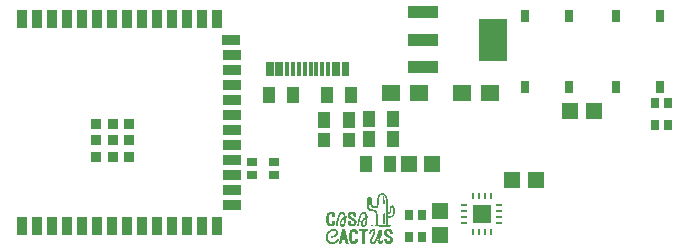
<source format=gtp>
G04 #@! TF.GenerationSoftware,KiCad,Pcbnew,8.0.8-8.0.8-0~ubuntu22.04.1*
G04 #@! TF.CreationDate,2025-01-23T17:55:28+01:00*
G04 #@! TF.ProjectId,kicad_makespace_tutorial,6b696361-645f-46d6-916b-657370616365,v1*
G04 #@! TF.SameCoordinates,Original*
G04 #@! TF.FileFunction,Paste,Top*
G04 #@! TF.FilePolarity,Positive*
%FSLAX46Y46*%
G04 Gerber Fmt 4.6, Leading zero omitted, Abs format (unit mm)*
G04 Created by KiCad (PCBNEW 8.0.8-8.0.8-0~ubuntu22.04.1) date 2025-01-23 17:55:28*
%MOMM*%
%LPD*%
G01*
G04 APERTURE LIST*
%ADD10C,0.000000*%
%ADD11R,0.700000X0.900000*%
%ADD12R,0.900000X0.700000*%
%ADD13R,0.900000X1.500000*%
%ADD14R,1.500000X0.900000*%
%ADD15R,0.900000X0.900000*%
%ADD16R,0.750000X1.000000*%
%ADD17R,1.130000X1.380000*%
%ADD18R,1.500000X1.360000*%
%ADD19R,1.000000X1.250000*%
%ADD20R,2.500000X1.100000*%
%ADD21R,2.340000X3.600000*%
%ADD22R,0.300000X1.300000*%
%ADD23R,1.410000X1.350000*%
%ADD24R,1.350000X1.410000*%
%ADD25R,0.600000X0.250000*%
%ADD26R,0.250000X0.600000*%
%ADD27R,1.500000X1.500000*%
%ADD28R,1.000000X1.400000*%
G04 APERTURE END LIST*
D10*
G04 #@! TO.C,G\u002A\u002A\u002A*
G36*
X37732384Y-19674971D02*
G01*
X37753902Y-19675525D01*
X37768439Y-19676998D01*
X37778433Y-19679837D01*
X37786319Y-19684491D01*
X37794536Y-19691410D01*
X37795400Y-19692182D01*
X37807852Y-19705224D01*
X37813466Y-19718386D01*
X37814759Y-19737126D01*
X37813417Y-19756108D01*
X37807713Y-19769222D01*
X37795400Y-19782069D01*
X37787030Y-19789221D01*
X37779215Y-19794066D01*
X37769520Y-19797055D01*
X37755506Y-19798635D01*
X37734738Y-19799256D01*
X37704777Y-19799366D01*
X37701447Y-19799366D01*
X37626852Y-19799366D01*
X37606698Y-19779212D01*
X37593008Y-19762816D01*
X37587229Y-19747160D01*
X37586544Y-19737126D01*
X37589031Y-19719741D01*
X37598106Y-19704376D01*
X37606698Y-19695039D01*
X37626852Y-19674885D01*
X37701447Y-19674885D01*
X37732384Y-19674971D01*
G37*
G36*
X38696198Y-17244416D02*
G01*
X38713945Y-17253669D01*
X38727243Y-17270476D01*
X38736783Y-17295969D01*
X38743262Y-17331282D01*
X38746199Y-17360530D01*
X38747558Y-17390767D01*
X38745430Y-17412186D01*
X38738874Y-17427546D01*
X38726945Y-17439609D01*
X38716866Y-17446382D01*
X38701857Y-17454232D01*
X38688497Y-17456615D01*
X38670715Y-17454455D01*
X38667596Y-17453856D01*
X38648469Y-17444540D01*
X38634394Y-17424935D01*
X38625207Y-17394781D01*
X38623282Y-17382927D01*
X38618352Y-17346620D01*
X38615005Y-17320108D01*
X38613328Y-17301427D01*
X38613408Y-17288611D01*
X38615330Y-17279695D01*
X38619180Y-17272715D01*
X38625044Y-17265705D01*
X38628590Y-17261764D01*
X38642239Y-17248649D01*
X38655635Y-17242835D01*
X38673305Y-17241583D01*
X38696198Y-17244416D01*
G37*
G36*
X38707475Y-17506270D02*
G01*
X38729697Y-17511240D01*
X38736004Y-17513994D01*
X38746042Y-17519973D01*
X38754155Y-17527303D01*
X38760581Y-17537267D01*
X38765561Y-17551147D01*
X38769333Y-17570224D01*
X38772136Y-17595780D01*
X38774210Y-17629096D01*
X38775793Y-17671456D01*
X38777126Y-17724139D01*
X38777376Y-17735680D01*
X38778390Y-17789266D01*
X38778837Y-17832266D01*
X38778609Y-17865942D01*
X38777602Y-17891553D01*
X38775709Y-17910362D01*
X38772825Y-17923628D01*
X38768843Y-17932612D01*
X38763657Y-17938576D01*
X38760106Y-17941117D01*
X38741065Y-17948220D01*
X38717518Y-17951023D01*
X38697497Y-17948996D01*
X38680421Y-17941417D01*
X38667859Y-17931633D01*
X38664435Y-17927050D01*
X38661706Y-17920778D01*
X38659549Y-17911404D01*
X38657842Y-17897515D01*
X38656462Y-17877700D01*
X38655286Y-17850547D01*
X38654193Y-17814643D01*
X38653061Y-17768576D01*
X38652822Y-17758159D01*
X38651683Y-17714425D01*
X38650351Y-17673528D01*
X38648905Y-17637288D01*
X38647425Y-17607521D01*
X38645992Y-17586045D01*
X38644734Y-17574915D01*
X38643951Y-17551315D01*
X38649932Y-17529695D01*
X38661351Y-17514070D01*
X38665801Y-17511065D01*
X38684241Y-17506131D01*
X38707475Y-17506270D01*
G37*
G36*
X38748409Y-18640309D02*
G01*
X38770063Y-18646713D01*
X38787866Y-18657502D01*
X38795417Y-18666496D01*
X38797089Y-18675472D01*
X38798538Y-18694660D01*
X38799751Y-18722416D01*
X38800717Y-18757099D01*
X38801422Y-18797066D01*
X38801853Y-18840675D01*
X38801999Y-18886283D01*
X38801846Y-18932249D01*
X38801381Y-18976930D01*
X38800593Y-19018684D01*
X38799467Y-19055868D01*
X38798581Y-19076192D01*
X38796943Y-19107113D01*
X38794845Y-19144436D01*
X38792405Y-19186244D01*
X38789743Y-19230624D01*
X38786979Y-19275659D01*
X38784233Y-19319433D01*
X38781623Y-19360030D01*
X38779269Y-19395537D01*
X38777292Y-19424035D01*
X38775810Y-19443611D01*
X38775274Y-19449635D01*
X38773434Y-19468947D01*
X38771098Y-19494745D01*
X38768746Y-19521700D01*
X38768573Y-19523730D01*
X38764255Y-19558096D01*
X38757472Y-19582699D01*
X38747308Y-19599529D01*
X38732846Y-19610578D01*
X38727414Y-19613112D01*
X38700646Y-19620577D01*
X38677461Y-19618238D01*
X38665415Y-19612935D01*
X38656342Y-19606997D01*
X38649657Y-19599570D01*
X38645185Y-19589091D01*
X38642754Y-19573999D01*
X38642191Y-19552732D01*
X38643323Y-19523728D01*
X38645977Y-19485427D01*
X38648209Y-19457568D01*
X38659769Y-19302916D01*
X38668245Y-19156751D01*
X38673772Y-19016149D01*
X38676487Y-18878189D01*
X38676728Y-18846544D01*
X38677090Y-18804314D01*
X38677676Y-18765642D01*
X38678440Y-18732219D01*
X38679337Y-18705736D01*
X38680319Y-18687883D01*
X38681247Y-18680570D01*
X38693599Y-18660630D01*
X38712700Y-18645577D01*
X38727607Y-18640120D01*
X38748409Y-18640309D01*
G37*
G36*
X36888703Y-20043519D02*
G01*
X36968989Y-20043723D01*
X37000366Y-20043839D01*
X37387968Y-20045364D01*
X37389587Y-20143170D01*
X37391206Y-20240976D01*
X37271034Y-20240344D01*
X37233691Y-20240383D01*
X37199751Y-20240862D01*
X37171241Y-20241717D01*
X37150190Y-20242884D01*
X37138623Y-20244298D01*
X37137755Y-20244555D01*
X37126084Y-20254428D01*
X37119443Y-20268899D01*
X37118659Y-20277812D01*
X37117981Y-20297689D01*
X37117415Y-20327640D01*
X37116964Y-20366772D01*
X37116633Y-20414196D01*
X37116425Y-20469020D01*
X37116345Y-20530354D01*
X37116397Y-20597306D01*
X37116585Y-20668985D01*
X37116913Y-20744502D01*
X37117082Y-20775038D01*
X37117585Y-20862304D01*
X37117998Y-20938473D01*
X37118308Y-21004304D01*
X37118502Y-21060554D01*
X37118568Y-21107984D01*
X37118491Y-21147350D01*
X37118260Y-21179411D01*
X37117861Y-21204926D01*
X37117282Y-21224653D01*
X37116509Y-21239350D01*
X37115529Y-21249776D01*
X37114330Y-21256689D01*
X37112898Y-21260847D01*
X37111220Y-21263010D01*
X37109284Y-21263935D01*
X37108718Y-21264070D01*
X37099377Y-21264751D01*
X37080306Y-21265178D01*
X37053626Y-21265336D01*
X37021461Y-21265213D01*
X36989333Y-21264845D01*
X36950932Y-21263965D01*
X36919588Y-21262624D01*
X36896604Y-21260910D01*
X36883285Y-21258913D01*
X36880412Y-21257435D01*
X36878303Y-21246175D01*
X36878189Y-21245714D01*
X36877953Y-21239005D01*
X36877710Y-21221330D01*
X36877465Y-21193578D01*
X36877223Y-21156637D01*
X36876986Y-21111397D01*
X36876759Y-21058746D01*
X36876547Y-20999574D01*
X36876352Y-20934769D01*
X36876179Y-20865221D01*
X36876032Y-20791818D01*
X36875967Y-20751888D01*
X36875805Y-20662613D01*
X36875602Y-20584470D01*
X36875342Y-20516734D01*
X36875014Y-20458680D01*
X36874603Y-20409585D01*
X36874097Y-20368723D01*
X36873482Y-20335372D01*
X36872745Y-20308805D01*
X36871873Y-20288301D01*
X36870852Y-20273133D01*
X36869669Y-20262578D01*
X36868311Y-20255912D01*
X36866819Y-20252483D01*
X36863221Y-20248606D01*
X36857787Y-20245667D01*
X36848916Y-20243504D01*
X36835008Y-20241956D01*
X36814464Y-20240860D01*
X36785682Y-20240056D01*
X36747061Y-20239382D01*
X36735191Y-20239208D01*
X36690759Y-20238265D01*
X36654417Y-20236859D01*
X36627164Y-20235053D01*
X36610000Y-20232907D01*
X36604298Y-20231073D01*
X36600922Y-20222437D01*
X36598432Y-20204653D01*
X36596822Y-20180395D01*
X36596086Y-20152338D01*
X36596218Y-20123156D01*
X36597214Y-20095522D01*
X36599066Y-20072112D01*
X36601768Y-20055598D01*
X36604695Y-20049010D01*
X36610175Y-20047568D01*
X36623201Y-20046356D01*
X36644289Y-20045366D01*
X36673955Y-20044592D01*
X36712714Y-20044027D01*
X36761081Y-20043664D01*
X36819572Y-20043497D01*
X36888703Y-20043519D01*
G37*
G36*
X34264628Y-18552646D02*
G01*
X34302635Y-18555603D01*
X34333621Y-18560728D01*
X34341153Y-18562729D01*
X34400953Y-18586455D01*
X34454207Y-18619334D01*
X34499992Y-18660440D01*
X34537389Y-18708845D01*
X34565474Y-18763623D01*
X34577957Y-18800929D01*
X34582023Y-18820996D01*
X34585906Y-18849079D01*
X34589147Y-18881343D01*
X34591181Y-18911700D01*
X34594869Y-18987277D01*
X34478856Y-18987277D01*
X34362844Y-18987277D01*
X34359089Y-18947266D01*
X34351341Y-18891068D01*
X34339418Y-18845389D01*
X34322931Y-18809517D01*
X34301492Y-18782736D01*
X34274713Y-18764333D01*
X34255663Y-18756937D01*
X34217622Y-18750993D01*
X34182388Y-18756120D01*
X34151113Y-18771651D01*
X34124946Y-18796918D01*
X34105040Y-18831254D01*
X34098948Y-18847823D01*
X34093403Y-18867844D01*
X34088854Y-18890250D01*
X34085214Y-18916330D01*
X34082402Y-18947369D01*
X34080331Y-18984654D01*
X34078918Y-19029471D01*
X34078079Y-19083109D01*
X34077729Y-19146853D01*
X34077707Y-19172123D01*
X34077894Y-19237740D01*
X34078514Y-19292883D01*
X34079669Y-19338925D01*
X34081458Y-19377244D01*
X34083985Y-19409213D01*
X34087349Y-19436209D01*
X34091652Y-19459607D01*
X34096996Y-19480783D01*
X34101489Y-19495259D01*
X34115327Y-19530461D01*
X34130918Y-19556187D01*
X34149983Y-19574818D01*
X34166335Y-19584921D01*
X34184927Y-19593054D01*
X34202741Y-19596508D01*
X34225526Y-19596288D01*
X34229738Y-19595999D01*
X34255071Y-19592339D01*
X34277320Y-19585966D01*
X34286030Y-19581909D01*
X34311138Y-19560406D01*
X34330778Y-19528480D01*
X34344896Y-19486257D01*
X34353436Y-19433859D01*
X34354121Y-19426456D01*
X34356587Y-19402264D01*
X34360393Y-19384878D01*
X34367315Y-19373180D01*
X34379130Y-19366049D01*
X34397615Y-19362367D01*
X34424545Y-19361013D01*
X34458224Y-19360861D01*
X34504737Y-19361692D01*
X34540306Y-19364076D01*
X34565756Y-19368130D01*
X34581914Y-19373974D01*
X34588396Y-19379556D01*
X34590786Y-19389608D01*
X34591626Y-19408648D01*
X34591091Y-19433938D01*
X34589355Y-19462737D01*
X34586593Y-19492304D01*
X34582979Y-19519899D01*
X34578687Y-19542783D01*
X34577778Y-19546494D01*
X34556997Y-19604711D01*
X34526857Y-19656374D01*
X34488202Y-19700968D01*
X34441875Y-19737980D01*
X34388718Y-19766894D01*
X34329576Y-19787196D01*
X34265291Y-19798371D01*
X34196706Y-19799904D01*
X34166479Y-19797513D01*
X34101452Y-19784965D01*
X34042215Y-19762484D01*
X33989507Y-19730714D01*
X33944067Y-19690302D01*
X33906633Y-19641892D01*
X33877943Y-19586130D01*
X33860084Y-19529658D01*
X33857705Y-19517773D01*
X33855710Y-19503546D01*
X33854058Y-19485835D01*
X33852708Y-19463502D01*
X33851619Y-19435405D01*
X33850749Y-19400406D01*
X33850059Y-19357364D01*
X33849507Y-19305139D01*
X33849053Y-19242591D01*
X33848911Y-19218456D01*
X33848589Y-19138701D01*
X33848608Y-19069800D01*
X33849017Y-19010756D01*
X33849864Y-18960572D01*
X33851197Y-18918251D01*
X33853063Y-18882795D01*
X33855510Y-18853207D01*
X33858586Y-18828490D01*
X33862340Y-18807646D01*
X33866818Y-18789678D01*
X33869986Y-18779525D01*
X33894379Y-18725206D01*
X33928633Y-18676452D01*
X33971697Y-18634202D01*
X34022517Y-18599395D01*
X34080040Y-18572970D01*
X34113367Y-18562556D01*
X34143969Y-18556812D01*
X34181746Y-18553248D01*
X34223149Y-18551860D01*
X34264628Y-18552646D01*
G37*
G36*
X36238080Y-20023654D02*
G01*
X36302962Y-20037767D01*
X36361073Y-20060990D01*
X36411969Y-20093077D01*
X36455204Y-20133783D01*
X36490336Y-20182863D01*
X36501292Y-20203301D01*
X36520855Y-20249068D01*
X36533834Y-20295027D01*
X36541012Y-20344854D01*
X36543174Y-20399541D01*
X36543277Y-20463263D01*
X36427502Y-20463263D01*
X36385109Y-20463069D01*
X36353396Y-20462438D01*
X36331195Y-20461297D01*
X36317335Y-20459571D01*
X36310648Y-20457188D01*
X36309659Y-20455854D01*
X36307984Y-20446874D01*
X36305309Y-20429352D01*
X36302115Y-20406511D01*
X36300924Y-20397546D01*
X36292387Y-20347080D01*
X36280919Y-20307078D01*
X36265685Y-20276339D01*
X36245850Y-20253658D01*
X36220579Y-20237833D01*
X36189036Y-20227660D01*
X36182028Y-20226221D01*
X36144898Y-20224730D01*
X36110791Y-20234007D01*
X36081481Y-20253032D01*
X36058739Y-20280784D01*
X36048241Y-20303239D01*
X36041661Y-20322503D01*
X36036207Y-20340795D01*
X36031772Y-20359444D01*
X36028253Y-20379778D01*
X36025544Y-20403124D01*
X36023542Y-20430809D01*
X36022142Y-20464163D01*
X36021239Y-20504511D01*
X36020728Y-20553183D01*
X36020506Y-20611506D01*
X36020466Y-20655912D01*
X36020555Y-20723799D01*
X36020930Y-20781067D01*
X36021708Y-20828952D01*
X36023006Y-20868690D01*
X36024941Y-20901516D01*
X36027629Y-20928667D01*
X36031187Y-20951377D01*
X36035732Y-20970882D01*
X36041381Y-20988418D01*
X36048250Y-21005220D01*
X36054790Y-21019143D01*
X36075833Y-21049736D01*
X36104128Y-21071377D01*
X36138689Y-21083640D01*
X36178527Y-21086097D01*
X36202516Y-21083080D01*
X36227009Y-21073175D01*
X36250551Y-21054303D01*
X36270315Y-21029199D01*
X36281433Y-21006665D01*
X36286684Y-20991563D01*
X36290818Y-20976814D01*
X36294380Y-20959640D01*
X36297913Y-20937265D01*
X36301963Y-20906913D01*
X36303712Y-20893018D01*
X36307013Y-20874312D01*
X36311251Y-20860065D01*
X36313443Y-20855971D01*
X36319712Y-20852982D01*
X36333673Y-20850827D01*
X36356444Y-20849427D01*
X36389141Y-20848705D01*
X36419291Y-20848561D01*
X36455996Y-20848638D01*
X36482725Y-20849015D01*
X36501361Y-20849910D01*
X36513782Y-20851541D01*
X36521870Y-20854126D01*
X36527505Y-20857883D01*
X36531191Y-20861534D01*
X36538768Y-20873211D01*
X36542697Y-20889826D01*
X36543878Y-20910437D01*
X36541820Y-20975265D01*
X36532864Y-21031878D01*
X36516321Y-21082158D01*
X36491503Y-21127987D01*
X36457721Y-21171248D01*
X36442744Y-21187049D01*
X36396415Y-21227151D01*
X36346594Y-21256797D01*
X36290889Y-21277278D01*
X36263445Y-21283811D01*
X36222807Y-21289591D01*
X36176394Y-21292171D01*
X36128987Y-21291550D01*
X36085365Y-21287723D01*
X36063137Y-21283917D01*
X36004145Y-21265571D01*
X35949549Y-21237388D01*
X35900927Y-21200570D01*
X35859862Y-21156316D01*
X35827933Y-21105826D01*
X35827524Y-21105012D01*
X35815531Y-21078961D01*
X35806155Y-21053044D01*
X35798921Y-21024932D01*
X35793354Y-20992298D01*
X35788977Y-20952813D01*
X35785313Y-20904148D01*
X35784800Y-20895982D01*
X35783385Y-20864173D01*
X35782387Y-20823005D01*
X35781785Y-20774494D01*
X35781561Y-20720653D01*
X35781695Y-20663498D01*
X35782168Y-20605041D01*
X35782961Y-20547297D01*
X35784055Y-20492280D01*
X35785429Y-20442005D01*
X35787066Y-20398485D01*
X35788945Y-20363736D01*
X35790035Y-20349541D01*
X35800322Y-20281866D01*
X35818599Y-20222679D01*
X35845263Y-20171364D01*
X35880710Y-20127304D01*
X35925337Y-20089883D01*
X35976421Y-20060008D01*
X36025623Y-20039409D01*
X36075836Y-20026295D01*
X36130737Y-20019870D01*
X36166871Y-20018895D01*
X36238080Y-20023654D01*
G37*
G36*
X34557737Y-20022888D02*
G01*
X34615112Y-20038136D01*
X34665190Y-20061106D01*
X34709226Y-20092325D01*
X34734950Y-20117019D01*
X34772158Y-20164982D01*
X34798993Y-20217388D01*
X34815502Y-20273035D01*
X34821734Y-20330717D01*
X34817739Y-20389233D01*
X34803566Y-20447376D01*
X34779264Y-20503944D01*
X34744881Y-20557732D01*
X34715604Y-20592280D01*
X34662329Y-20640138D01*
X34599729Y-20680771D01*
X34527914Y-20714136D01*
X34446992Y-20740191D01*
X34357071Y-20758891D01*
X34271503Y-20769153D01*
X34225564Y-20773000D01*
X34225564Y-20714107D01*
X34225964Y-20684942D01*
X34228186Y-20663006D01*
X34233759Y-20646868D01*
X34244214Y-20635096D01*
X34261080Y-20626258D01*
X34285889Y-20618923D01*
X34320170Y-20611660D01*
X34338924Y-20608066D01*
X34403922Y-20592769D01*
X34460099Y-20572624D01*
X34509957Y-20546300D01*
X34555996Y-20512463D01*
X34600718Y-20469780D01*
X34602972Y-20467381D01*
X34633218Y-20428651D01*
X34651713Y-20389448D01*
X34658561Y-20349297D01*
X34653867Y-20307726D01*
X34644395Y-20279035D01*
X34622574Y-20237564D01*
X34594880Y-20205664D01*
X34560768Y-20183059D01*
X34519691Y-20169476D01*
X34471102Y-20164639D01*
X34422498Y-20167308D01*
X34391581Y-20171666D01*
X34358380Y-20177748D01*
X34329617Y-20184310D01*
X34327279Y-20184935D01*
X34258947Y-20209575D01*
X34194554Y-20244831D01*
X34134920Y-20289879D01*
X34080862Y-20343898D01*
X34033201Y-20406065D01*
X33992755Y-20475558D01*
X33960344Y-20551554D01*
X33959406Y-20554206D01*
X33951082Y-20578394D01*
X33945287Y-20597633D01*
X33941563Y-20615082D01*
X33939454Y-20633899D01*
X33938503Y-20657241D01*
X33938251Y-20688266D01*
X33938243Y-20700370D01*
X33938365Y-20734505D01*
X33939039Y-20759951D01*
X33940726Y-20779874D01*
X33943886Y-20797440D01*
X33948981Y-20815816D01*
X33956472Y-20838167D01*
X33959618Y-20847153D01*
X33989335Y-20917925D01*
X34025500Y-20979920D01*
X34067694Y-21032668D01*
X34115500Y-21075701D01*
X34168498Y-21108547D01*
X34206639Y-21124599D01*
X34272382Y-21141730D01*
X34339559Y-21148479D01*
X34406496Y-21145138D01*
X34471520Y-21132000D01*
X34532957Y-21109357D01*
X34589134Y-21077501D01*
X34622043Y-21051988D01*
X34660383Y-21012973D01*
X34696615Y-20965695D01*
X34728091Y-20913731D01*
X34736331Y-20897516D01*
X34747239Y-20875699D01*
X34756587Y-20858237D01*
X34762974Y-20847696D01*
X34764583Y-20845843D01*
X34771798Y-20846331D01*
X34787739Y-20849858D01*
X34809855Y-20855803D01*
X34829305Y-20861581D01*
X34858202Y-20870785D01*
X34877004Y-20878746D01*
X34886927Y-20887782D01*
X34889183Y-20900212D01*
X34884986Y-20918352D01*
X34875552Y-20944522D01*
X34874377Y-20947641D01*
X34844141Y-21011771D01*
X34803745Y-21072236D01*
X34754627Y-21127834D01*
X34698222Y-21177363D01*
X34635970Y-21219619D01*
X34569305Y-21253402D01*
X34499666Y-21277509D01*
X34472364Y-21283957D01*
X34424981Y-21291191D01*
X34372426Y-21295090D01*
X34319633Y-21295504D01*
X34271534Y-21292286D01*
X34257823Y-21290446D01*
X34178215Y-21272286D01*
X34103265Y-21243540D01*
X34033807Y-21204843D01*
X33970675Y-21156831D01*
X33914704Y-21100139D01*
X33866726Y-21035403D01*
X33827577Y-20963259D01*
X33827141Y-20962299D01*
X33801988Y-20893767D01*
X33785302Y-20819240D01*
X33777186Y-20741127D01*
X33777748Y-20661839D01*
X33787092Y-20583787D01*
X33805325Y-20509380D01*
X33807075Y-20503947D01*
X33838315Y-20426094D01*
X33878960Y-20352703D01*
X33927974Y-20284514D01*
X33984319Y-20222269D01*
X34046959Y-20166708D01*
X34114857Y-20118572D01*
X34186976Y-20078602D01*
X34262278Y-20047538D01*
X34339727Y-20026122D01*
X34418285Y-20015094D01*
X34491814Y-20014835D01*
X34557737Y-20022888D01*
G37*
G36*
X35329831Y-20042442D02*
G01*
X35359475Y-20042697D01*
X35380750Y-20043353D01*
X35395399Y-20044600D01*
X35405168Y-20046629D01*
X35411798Y-20049629D01*
X35417033Y-20053791D01*
X35419844Y-20056538D01*
X35430405Y-20071396D01*
X35439267Y-20090960D01*
X35441002Y-20096549D01*
X35443071Y-20104777D01*
X35447695Y-20123563D01*
X35454642Y-20151944D01*
X35463678Y-20188956D01*
X35474568Y-20233636D01*
X35487078Y-20285020D01*
X35500975Y-20342144D01*
X35516025Y-20404045D01*
X35531994Y-20469759D01*
X35548648Y-20538323D01*
X35565754Y-20608772D01*
X35583077Y-20680142D01*
X35600383Y-20751472D01*
X35617439Y-20821795D01*
X35634010Y-20890150D01*
X35649864Y-20955572D01*
X35664765Y-21017098D01*
X35678481Y-21073763D01*
X35690777Y-21124605D01*
X35701419Y-21168660D01*
X35710174Y-21204963D01*
X35716808Y-21232552D01*
X35721086Y-21250462D01*
X35722408Y-21256087D01*
X35725486Y-21269424D01*
X35610703Y-21269424D01*
X35570748Y-21269338D01*
X35540959Y-21268978D01*
X35519648Y-21268194D01*
X35505127Y-21266835D01*
X35495707Y-21264752D01*
X35489699Y-21261794D01*
X35485856Y-21258304D01*
X35480687Y-21247614D01*
X35474087Y-21225588D01*
X35466162Y-21192647D01*
X35457019Y-21149209D01*
X35452548Y-21126414D01*
X35442765Y-21075652D01*
X35434899Y-21035265D01*
X35428626Y-21003984D01*
X35423621Y-20980544D01*
X35419560Y-20963678D01*
X35416120Y-20952117D01*
X35412974Y-20944596D01*
X35409800Y-20939846D01*
X35406272Y-20936602D01*
X35403433Y-20934557D01*
X35395548Y-20930892D01*
X35382877Y-20928323D01*
X35363620Y-20926693D01*
X35335979Y-20925845D01*
X35301433Y-20925621D01*
X35262436Y-20925876D01*
X35233570Y-20927108D01*
X35213118Y-20930013D01*
X35199359Y-20935286D01*
X35190573Y-20943626D01*
X35185041Y-20955728D01*
X35181043Y-20972289D01*
X35180592Y-20974573D01*
X35177626Y-20989828D01*
X35172860Y-21014431D01*
X35166739Y-21046088D01*
X35159705Y-21082504D01*
X35152203Y-21121386D01*
X35150518Y-21130125D01*
X35141342Y-21176262D01*
X35133659Y-21211562D01*
X35127237Y-21236916D01*
X35121848Y-21253218D01*
X35117261Y-21261358D01*
X35116517Y-21262015D01*
X35108493Y-21264874D01*
X35092536Y-21266986D01*
X35067647Y-21268408D01*
X35032827Y-21269201D01*
X34991420Y-21269424D01*
X34876321Y-21269424D01*
X34880437Y-21253123D01*
X34882495Y-21244734D01*
X34887105Y-21225799D01*
X34894028Y-21197293D01*
X34903029Y-21160194D01*
X34913870Y-21115479D01*
X34926315Y-21064123D01*
X34940127Y-21007103D01*
X34955069Y-20945397D01*
X34970905Y-20879979D01*
X34981378Y-20836706D01*
X34998152Y-20767390D01*
X35008633Y-20724080D01*
X35229259Y-20724080D01*
X35301289Y-20724080D01*
X35373319Y-20724080D01*
X35340593Y-20552094D01*
X35331021Y-20502925D01*
X35322393Y-20460863D01*
X35314922Y-20426834D01*
X35308820Y-20401767D01*
X35304299Y-20386589D01*
X35301686Y-20382166D01*
X35297906Y-20388531D01*
X35292973Y-20403847D01*
X35287705Y-20425375D01*
X35285303Y-20437081D01*
X35280854Y-20460046D01*
X35274699Y-20491691D01*
X35267413Y-20529065D01*
X35259573Y-20569215D01*
X35252180Y-20607009D01*
X35229259Y-20724080D01*
X35008633Y-20724080D01*
X35014555Y-20699610D01*
X35030302Y-20634544D01*
X35045108Y-20573371D01*
X35058687Y-20517269D01*
X35070753Y-20467418D01*
X35081023Y-20424995D01*
X35089209Y-20391180D01*
X35095028Y-20367151D01*
X35096874Y-20359529D01*
X35105168Y-20325264D01*
X35115155Y-20283941D01*
X35125757Y-20240031D01*
X35135893Y-20198003D01*
X35139108Y-20184664D01*
X35147383Y-20150443D01*
X35155129Y-20118646D01*
X35161737Y-20091758D01*
X35166597Y-20072264D01*
X35168558Y-20064629D01*
X35174446Y-20042400D01*
X35290076Y-20042400D01*
X35329831Y-20042442D01*
G37*
G36*
X36081390Y-18550042D02*
G01*
X36152193Y-18567288D01*
X36209416Y-18590021D01*
X36251744Y-18613828D01*
X36286953Y-18642872D01*
X36315554Y-18678127D01*
X36338054Y-18720568D01*
X36354963Y-18771169D01*
X36366789Y-18830903D01*
X36374041Y-18900745D01*
X36374384Y-18905945D01*
X36375948Y-18937905D01*
X36375793Y-18959762D01*
X36373848Y-18973155D01*
X36371231Y-18978559D01*
X36366238Y-18981935D01*
X36356636Y-18984353D01*
X36340778Y-18985953D01*
X36317020Y-18986872D01*
X36283716Y-18987248D01*
X36267345Y-18987277D01*
X36231469Y-18987225D01*
X36205549Y-18986896D01*
X36187684Y-18986036D01*
X36175976Y-18984387D01*
X36168526Y-18981694D01*
X36163433Y-18977701D01*
X36159231Y-18972704D01*
X36151029Y-18955594D01*
X36144227Y-18927060D01*
X36141042Y-18906026D01*
X36131067Y-18855783D01*
X36115296Y-18815718D01*
X36093496Y-18785541D01*
X36065435Y-18764961D01*
X36030879Y-18753686D01*
X36017496Y-18751911D01*
X35977285Y-18752403D01*
X35944273Y-18762111D01*
X35917770Y-18781403D01*
X35897084Y-18810646D01*
X35893514Y-18817872D01*
X35881397Y-18856882D01*
X35880552Y-18896177D01*
X35890804Y-18933899D01*
X35906955Y-18961797D01*
X35920973Y-18975327D01*
X35945684Y-18992757D01*
X35980672Y-19013846D01*
X36025524Y-19038352D01*
X36079824Y-19066033D01*
X36116486Y-19083930D01*
X36149453Y-19100359D01*
X36182969Y-19118030D01*
X36213482Y-19135011D01*
X36237439Y-19149370D01*
X36240967Y-19151648D01*
X36294659Y-19193224D01*
X36338203Y-19240432D01*
X36371332Y-19292643D01*
X36393779Y-19349230D01*
X36405276Y-19409565D01*
X36405559Y-19473018D01*
X36398262Y-19522218D01*
X36387450Y-19558272D01*
X36370339Y-19598160D01*
X36349148Y-19637470D01*
X36326099Y-19671789D01*
X36317879Y-19681951D01*
X36292333Y-19706846D01*
X36259430Y-19731970D01*
X36223276Y-19754543D01*
X36187981Y-19771786D01*
X36181196Y-19774421D01*
X36136404Y-19786980D01*
X36084810Y-19795046D01*
X36030692Y-19798343D01*
X35978328Y-19796596D01*
X35935351Y-19790289D01*
X35872698Y-19771383D01*
X35818387Y-19744085D01*
X35772497Y-19708505D01*
X35735109Y-19664754D01*
X35706303Y-19612942D01*
X35686160Y-19553180D01*
X35674760Y-19485579D01*
X35671990Y-19427614D01*
X35672257Y-19401243D01*
X35673442Y-19384270D01*
X35675985Y-19374249D01*
X35680326Y-19368732D01*
X35682860Y-19367133D01*
X35692427Y-19365105D01*
X35711474Y-19363429D01*
X35737630Y-19362231D01*
X35768523Y-19361643D01*
X35784248Y-19361614D01*
X35822707Y-19361903D01*
X35850993Y-19363090D01*
X35870793Y-19366157D01*
X35883788Y-19372085D01*
X35891663Y-19381857D01*
X35896101Y-19396452D01*
X35898786Y-19416853D01*
X35899952Y-19429056D01*
X35908269Y-19480610D01*
X35922587Y-19522655D01*
X35942754Y-19554883D01*
X35968618Y-19576983D01*
X35973685Y-19579769D01*
X36012123Y-19593517D01*
X36049879Y-19596308D01*
X36085381Y-19589003D01*
X36117052Y-19572467D01*
X36143320Y-19547563D01*
X36162610Y-19515153D01*
X36173348Y-19476103D01*
X36174111Y-19469851D01*
X36175045Y-19448386D01*
X36171838Y-19430320D01*
X36163284Y-19409465D01*
X36161719Y-19406231D01*
X36151652Y-19389012D01*
X36138135Y-19372572D01*
X36119867Y-19355928D01*
X36095549Y-19338100D01*
X36063880Y-19318106D01*
X36023562Y-19294963D01*
X35990331Y-19276814D01*
X35955939Y-19258301D01*
X35919771Y-19238839D01*
X35885519Y-19220415D01*
X35856874Y-19205013D01*
X35849741Y-19201180D01*
X35790115Y-19165876D01*
X35741562Y-19129542D01*
X35703301Y-19091082D01*
X35674552Y-19049402D01*
X35654533Y-19003407D01*
X35642463Y-18952001D01*
X35637914Y-18904290D01*
X35639741Y-18837096D01*
X35651430Y-18776479D01*
X35672962Y-18722468D01*
X35704318Y-18675091D01*
X35745479Y-18634376D01*
X35796426Y-18600350D01*
X35857140Y-18573042D01*
X35867900Y-18569250D01*
X35939047Y-18551011D01*
X36010276Y-18544613D01*
X36081390Y-18550042D01*
G37*
G36*
X39147084Y-20018862D02*
G01*
X39215855Y-20030326D01*
X39275151Y-20048691D01*
X39325321Y-20074220D01*
X39366711Y-20107177D01*
X39399671Y-20147823D01*
X39424547Y-20196423D01*
X39438321Y-20239070D01*
X39442353Y-20258795D01*
X39446780Y-20286845D01*
X39451199Y-20319788D01*
X39455204Y-20354193D01*
X39458391Y-20386629D01*
X39460356Y-20413663D01*
X39460768Y-20429590D01*
X39460095Y-20440860D01*
X39457553Y-20449288D01*
X39451633Y-20455286D01*
X39440825Y-20459266D01*
X39423619Y-20461642D01*
X39398506Y-20462824D01*
X39363975Y-20463226D01*
X39337440Y-20463263D01*
X39228504Y-20463263D01*
X39228387Y-20438071D01*
X39225591Y-20393158D01*
X39218111Y-20350115D01*
X39206680Y-20311561D01*
X39192029Y-20280112D01*
X39179312Y-20262702D01*
X39151766Y-20241281D01*
X39117799Y-20227338D01*
X39080856Y-20221774D01*
X39044381Y-20225490D01*
X39040798Y-20226433D01*
X39009161Y-20241013D01*
X38984169Y-20264187D01*
X38966579Y-20294259D01*
X38957150Y-20329532D01*
X38956641Y-20368309D01*
X38963054Y-20400335D01*
X38969148Y-20416490D01*
X38978109Y-20431547D01*
X38991015Y-20446284D01*
X39008947Y-20461477D01*
X39032982Y-20477905D01*
X39064200Y-20496345D01*
X39103680Y-20517575D01*
X39152501Y-20542373D01*
X39176990Y-20554501D01*
X39233013Y-20582564D01*
X39279427Y-20607027D01*
X39317575Y-20628828D01*
X39348799Y-20648908D01*
X39374443Y-20668205D01*
X39395850Y-20687659D01*
X39414362Y-20708210D01*
X39431321Y-20730795D01*
X39433475Y-20733919D01*
X39452968Y-20764100D01*
X39467066Y-20790915D01*
X39476598Y-20817388D01*
X39482396Y-20846542D01*
X39485289Y-20881401D01*
X39486106Y-20924988D01*
X39486107Y-20925621D01*
X39485954Y-20960565D01*
X39485186Y-20986624D01*
X39483437Y-21006764D01*
X39480343Y-21023951D01*
X39475541Y-21041154D01*
X39469854Y-21057972D01*
X39443014Y-21117998D01*
X39407776Y-21169748D01*
X39364445Y-21212938D01*
X39313327Y-21247283D01*
X39254724Y-21272496D01*
X39234432Y-21278591D01*
X39209520Y-21283406D01*
X39176433Y-21287098D01*
X39138810Y-21289518D01*
X39100291Y-21290519D01*
X39064517Y-21289951D01*
X39035126Y-21287664D01*
X39030111Y-21286952D01*
X38965734Y-21271866D01*
X38909385Y-21248180D01*
X38861168Y-21215965D01*
X38821189Y-21175291D01*
X38789552Y-21126229D01*
X38787843Y-21122863D01*
X38769854Y-21081429D01*
X38757090Y-21038280D01*
X38748755Y-20990056D01*
X38744351Y-20938945D01*
X38742686Y-20908928D01*
X38742461Y-20886410D01*
X38745103Y-20870315D01*
X38752042Y-20859569D01*
X38764706Y-20853096D01*
X38784525Y-20849818D01*
X38812927Y-20848662D01*
X38851341Y-20848551D01*
X38864401Y-20848561D01*
X38966746Y-20848561D01*
X38969811Y-20864862D01*
X38972120Y-20879794D01*
X38974826Y-20901015D01*
X38976578Y-20916729D01*
X38985618Y-20970101D01*
X39000606Y-21013260D01*
X39021604Y-21046284D01*
X39048677Y-21069252D01*
X39081887Y-21082242D01*
X39112915Y-21085504D01*
X39155697Y-21080882D01*
X39191463Y-21066808D01*
X39219997Y-21043425D01*
X39241079Y-21010873D01*
X39246034Y-20999033D01*
X39255936Y-20962250D01*
X39256011Y-20929143D01*
X39245790Y-20898041D01*
X39224803Y-20867273D01*
X39202515Y-20844156D01*
X39188626Y-20831931D01*
X39173189Y-20820153D01*
X39154589Y-20807855D01*
X39131209Y-20794070D01*
X39101433Y-20777828D01*
X39063646Y-20758162D01*
X39032573Y-20742351D01*
X38993504Y-20722367D01*
X38955694Y-20702618D01*
X38921167Y-20684192D01*
X38891947Y-20668176D01*
X38870057Y-20655659D01*
X38860990Y-20650091D01*
X38810105Y-20610730D01*
X38769335Y-20565235D01*
X38738789Y-20513831D01*
X38718574Y-20456741D01*
X38708800Y-20394191D01*
X38708852Y-20335819D01*
X38717205Y-20272615D01*
X38733560Y-20217446D01*
X38758409Y-20169170D01*
X38792244Y-20126649D01*
X38804237Y-20114828D01*
X38850909Y-20079001D01*
X38905493Y-20050750D01*
X38966440Y-20030510D01*
X39032202Y-20018714D01*
X39101229Y-20015796D01*
X39147084Y-20018862D01*
G37*
G36*
X35247219Y-18552087D02*
G01*
X35290172Y-18565680D01*
X35329364Y-18589378D01*
X35347941Y-18605835D01*
X35365567Y-18625650D01*
X35381595Y-18648742D01*
X35396641Y-18676524D01*
X35411323Y-18710412D01*
X35426256Y-18751819D01*
X35442059Y-18802160D01*
X35458209Y-18858717D01*
X35468981Y-18895550D01*
X35478534Y-18923807D01*
X35486479Y-18942428D01*
X35491774Y-18949960D01*
X35504187Y-18954303D01*
X35525898Y-18956958D01*
X35547873Y-18957639D01*
X35568275Y-18957715D01*
X35582415Y-18959151D01*
X35591335Y-18963763D01*
X35596076Y-18973365D01*
X35597678Y-18989772D01*
X35597184Y-19014798D01*
X35596009Y-19041537D01*
X35593488Y-19098761D01*
X35566092Y-19102870D01*
X35536698Y-19109783D01*
X35515258Y-19120093D01*
X35503615Y-19132894D01*
X35503250Y-19133768D01*
X35501521Y-19143114D01*
X35499431Y-19162015D01*
X35497187Y-19188185D01*
X35494994Y-19219338D01*
X35493802Y-19239203D01*
X35490835Y-19290337D01*
X35488144Y-19331956D01*
X35485503Y-19366391D01*
X35482686Y-19395971D01*
X35479466Y-19423025D01*
X35475617Y-19449885D01*
X35470913Y-19478879D01*
X35469985Y-19484345D01*
X35453066Y-19563090D01*
X35430900Y-19632220D01*
X35403657Y-19691515D01*
X35371505Y-19740757D01*
X35334614Y-19779725D01*
X35293154Y-19808202D01*
X35247292Y-19825967D01*
X35201324Y-19832663D01*
X35176296Y-19832764D01*
X35152597Y-19831279D01*
X35136748Y-19828809D01*
X35094167Y-19812123D01*
X35056000Y-19784920D01*
X35022899Y-19747927D01*
X34995513Y-19701868D01*
X34974623Y-19647901D01*
X34967690Y-19614780D01*
X34963856Y-19573908D01*
X34963297Y-19541513D01*
X35112164Y-19541513D01*
X35114316Y-19585534D01*
X35121920Y-19620511D01*
X35135555Y-19648202D01*
X35153833Y-19668682D01*
X35175224Y-19682804D01*
X35196772Y-19686175D01*
X35218287Y-19680873D01*
X35238827Y-19667672D01*
X35259184Y-19644897D01*
X35278014Y-19614773D01*
X35293973Y-19579525D01*
X35305714Y-19541378D01*
X35307496Y-19533315D01*
X35313646Y-19500877D01*
X35319884Y-19463458D01*
X35326030Y-19422657D01*
X35331904Y-19380071D01*
X35337324Y-19337299D01*
X35342110Y-19295939D01*
X35346080Y-19257590D01*
X35349055Y-19223849D01*
X35350852Y-19196315D01*
X35351292Y-19176586D01*
X35350194Y-19166260D01*
X35349155Y-19165107D01*
X35338600Y-19168500D01*
X35321443Y-19177606D01*
X35300405Y-19190821D01*
X35278210Y-19206537D01*
X35275672Y-19208459D01*
X35231645Y-19248912D01*
X35192804Y-19298175D01*
X35160297Y-19353913D01*
X35135269Y-19413791D01*
X35118868Y-19475473D01*
X35112239Y-19536624D01*
X35112164Y-19541513D01*
X34963297Y-19541513D01*
X34963080Y-19528966D01*
X34965322Y-19483632D01*
X34970538Y-19441589D01*
X34977304Y-19411105D01*
X35005747Y-19331760D01*
X35043618Y-19257290D01*
X35089995Y-19188843D01*
X35143955Y-19127568D01*
X35204577Y-19074613D01*
X35270938Y-19031125D01*
X35290953Y-19020535D01*
X35311225Y-19009704D01*
X35324771Y-18999625D01*
X35332227Y-18988009D01*
X35334229Y-18972566D01*
X35331414Y-18951009D01*
X35324419Y-18921049D01*
X35321636Y-18910218D01*
X35306412Y-18854008D01*
X35292418Y-18808401D01*
X35279072Y-18772284D01*
X35265791Y-18744542D01*
X35251994Y-18724064D01*
X35237100Y-18709734D01*
X35220526Y-18700441D01*
X35210211Y-18696999D01*
X35186396Y-18693759D01*
X35163664Y-18698083D01*
X35140028Y-18710828D01*
X35113503Y-18732852D01*
X35102701Y-18743380D01*
X35067646Y-18782300D01*
X35035549Y-18826046D01*
X35005538Y-18876153D01*
X34976744Y-18934155D01*
X34948295Y-19001585D01*
X34932354Y-19043590D01*
X34903181Y-19131567D01*
X34876712Y-19228302D01*
X34853525Y-19330892D01*
X34834192Y-19436433D01*
X34819291Y-19542022D01*
X34809396Y-19644754D01*
X34807547Y-19673560D01*
X34805308Y-19710922D01*
X34802656Y-19738064D01*
X34798407Y-19756596D01*
X34791381Y-19768129D01*
X34780394Y-19774272D01*
X34764265Y-19776638D01*
X34741811Y-19776835D01*
X34731845Y-19776683D01*
X34705766Y-19776120D01*
X34686521Y-19774312D01*
X34673157Y-19769694D01*
X34664719Y-19760702D01*
X34660251Y-19745770D01*
X34658800Y-19723335D01*
X34659411Y-19691832D01*
X34660701Y-19660066D01*
X34668957Y-19542232D01*
X34683623Y-19424351D01*
X34704289Y-19307855D01*
X34730542Y-19194173D01*
X34761970Y-19084735D01*
X34798161Y-18980973D01*
X34838702Y-18884316D01*
X34883182Y-18796194D01*
X34931189Y-18718038D01*
X34932812Y-18715669D01*
X34971569Y-18666598D01*
X35014195Y-18625614D01*
X35059601Y-18593005D01*
X35106696Y-18569059D01*
X35154391Y-18554065D01*
X35201596Y-18548312D01*
X35247219Y-18552087D01*
G37*
G36*
X37069374Y-18553673D02*
G01*
X37102250Y-18562877D01*
X37131505Y-18578034D01*
X37157743Y-18599943D01*
X37181571Y-18629401D01*
X37203595Y-18667205D01*
X37224420Y-18714155D01*
X37244651Y-18771048D01*
X37264896Y-18838683D01*
X37272290Y-18865761D01*
X37280399Y-18894124D01*
X37288476Y-18918984D01*
X37295592Y-18937684D01*
X37300821Y-18947568D01*
X37300882Y-18947636D01*
X37314801Y-18955811D01*
X37334391Y-18957460D01*
X37357090Y-18956985D01*
X37380932Y-18957040D01*
X37383522Y-18957089D01*
X37408715Y-18957639D01*
X37408715Y-19028771D01*
X37408553Y-19058982D01*
X37407883Y-19079275D01*
X37406421Y-19091585D01*
X37403888Y-19097849D01*
X37400000Y-19100000D01*
X37398341Y-19100138D01*
X37359823Y-19102272D01*
X37332936Y-19106662D01*
X37317671Y-19113309D01*
X37315453Y-19115610D01*
X37311462Y-19127255D01*
X37308607Y-19148489D01*
X37307180Y-19177079D01*
X37307137Y-19179577D01*
X37306577Y-19206957D01*
X37305794Y-19232783D01*
X37304929Y-19252616D01*
X37304658Y-19256986D01*
X37303557Y-19273477D01*
X37302015Y-19297704D01*
X37300290Y-19325570D01*
X37299481Y-19338912D01*
X37290870Y-19430444D01*
X37276646Y-19514061D01*
X37256999Y-19589219D01*
X37232117Y-19655377D01*
X37202191Y-19711991D01*
X37167411Y-19758522D01*
X37144737Y-19780984D01*
X37108713Y-19805530D01*
X37066469Y-19822867D01*
X37021332Y-19832220D01*
X36976629Y-19832815D01*
X36945939Y-19827208D01*
X36900061Y-19808357D01*
X36860839Y-19780004D01*
X36828573Y-19742652D01*
X36803558Y-19696802D01*
X36786093Y-19642957D01*
X36776476Y-19581622D01*
X36774737Y-19541513D01*
X36926086Y-19541513D01*
X36926229Y-19572515D01*
X36927473Y-19594878D01*
X36930245Y-19611800D01*
X36934973Y-19626479D01*
X36938545Y-19634716D01*
X36955672Y-19661439D01*
X36977147Y-19678622D01*
X37001432Y-19685570D01*
X37026988Y-19681588D01*
X37034687Y-19678152D01*
X37059578Y-19658931D01*
X37081868Y-19628336D01*
X37101569Y-19586332D01*
X37118693Y-19532882D01*
X37133252Y-19467951D01*
X37145258Y-19391504D01*
X37153296Y-19319226D01*
X37157534Y-19273755D01*
X37160684Y-19238687D01*
X37162812Y-19212623D01*
X37163984Y-19194168D01*
X37164264Y-19181923D01*
X37163720Y-19174492D01*
X37162417Y-19170477D01*
X37160419Y-19168483D01*
X37160384Y-19168461D01*
X37149896Y-19168451D01*
X37133214Y-19175991D01*
X37112031Y-19189782D01*
X37088039Y-19208521D01*
X37062930Y-19230907D01*
X37038397Y-19255639D01*
X37020499Y-19276025D01*
X36980853Y-19332280D01*
X36952192Y-19391968D01*
X36934170Y-19456065D01*
X36926439Y-19525542D01*
X36926086Y-19541513D01*
X36774737Y-19541513D01*
X36774573Y-19537722D01*
X36780078Y-19465219D01*
X36796413Y-19392605D01*
X36822667Y-19321396D01*
X36857927Y-19253110D01*
X36901281Y-19189264D01*
X36951817Y-19131374D01*
X37008622Y-19080959D01*
X37070785Y-19039534D01*
X37075849Y-19036716D01*
X37109816Y-19016302D01*
X37132764Y-18998258D01*
X37145188Y-18982134D01*
X37147898Y-18971110D01*
X37146276Y-18959968D01*
X37141866Y-18939996D01*
X37135352Y-18913696D01*
X37127420Y-18883573D01*
X37118752Y-18852131D01*
X37110035Y-18821874D01*
X37101951Y-18795307D01*
X37095186Y-18774933D01*
X37092031Y-18766693D01*
X37077223Y-18740295D01*
X37057833Y-18717715D01*
X37036762Y-18701978D01*
X37025617Y-18697368D01*
X36997028Y-18695458D01*
X36966325Y-18704276D01*
X36934379Y-18723074D01*
X36902062Y-18751106D01*
X36870245Y-18787626D01*
X36839800Y-18831888D01*
X36813732Y-18878841D01*
X36769798Y-18976402D01*
X36730581Y-19083696D01*
X36696396Y-19199445D01*
X36667556Y-19322376D01*
X36644375Y-19451211D01*
X36627166Y-19584677D01*
X36619759Y-19667515D01*
X36616185Y-19709307D01*
X36612507Y-19740640D01*
X36608790Y-19761050D01*
X36605100Y-19770073D01*
X36605056Y-19770111D01*
X36595319Y-19773367D01*
X36577320Y-19775724D01*
X36554627Y-19777059D01*
X36530806Y-19777249D01*
X36509425Y-19776172D01*
X36494769Y-19773902D01*
X36483658Y-19768764D01*
X36476394Y-19759017D01*
X36472345Y-19742666D01*
X36470881Y-19717715D01*
X36470966Y-19698596D01*
X36471769Y-19671394D01*
X36473208Y-19639382D01*
X36475075Y-19605965D01*
X36477166Y-19574546D01*
X36479273Y-19548530D01*
X36481004Y-19532622D01*
X36482850Y-19518248D01*
X36485305Y-19497814D01*
X36486761Y-19485200D01*
X36501995Y-19377936D01*
X36523050Y-19271184D01*
X36549388Y-19166527D01*
X36580473Y-19065550D01*
X36615768Y-18969833D01*
X36654736Y-18880961D01*
X36696840Y-18800516D01*
X36741544Y-18730081D01*
X36744063Y-18726535D01*
X36789489Y-18669054D01*
X36835483Y-18623149D01*
X36882500Y-18588542D01*
X36930994Y-18564953D01*
X36981418Y-18552105D01*
X37032269Y-18549624D01*
X37069374Y-18553673D01*
G37*
G36*
X37840747Y-20015999D02*
G01*
X37882557Y-20029438D01*
X37920015Y-20052169D01*
X37951566Y-20083717D01*
X37972827Y-20117619D01*
X37981764Y-20136529D01*
X37987484Y-20151890D01*
X37990678Y-20167362D01*
X37992038Y-20186604D01*
X37992257Y-20213274D01*
X37992223Y-20220126D01*
X37991585Y-20247023D01*
X37989726Y-20272508D01*
X37986237Y-20297787D01*
X37980711Y-20324066D01*
X37972739Y-20352549D01*
X37961914Y-20384442D01*
X37947826Y-20420952D01*
X37930067Y-20463283D01*
X37908229Y-20512641D01*
X37881905Y-20570232D01*
X37851666Y-20635165D01*
X37832518Y-20676157D01*
X37814040Y-20715919D01*
X37797135Y-20752493D01*
X37782705Y-20783921D01*
X37771653Y-20808246D01*
X37765584Y-20821887D01*
X37750878Y-20858774D01*
X37737386Y-20898354D01*
X37725904Y-20937737D01*
X37717226Y-20974032D01*
X37712148Y-21004351D01*
X37711155Y-21019752D01*
X37715404Y-21056368D01*
X37727005Y-21086831D01*
X37744700Y-21110073D01*
X37767230Y-21125029D01*
X37793338Y-21130634D01*
X37821766Y-21125822D01*
X37831524Y-21121726D01*
X37850903Y-21108798D01*
X37873528Y-21088195D01*
X37896901Y-21062611D01*
X37918522Y-21034742D01*
X37933169Y-21012113D01*
X37939717Y-20999457D01*
X37948798Y-20979592D01*
X37960603Y-20952043D01*
X37975322Y-20916335D01*
X37993144Y-20871996D01*
X38014261Y-20818550D01*
X38038862Y-20755525D01*
X38067137Y-20682444D01*
X38099277Y-20598836D01*
X38108070Y-20575889D01*
X38138707Y-20496729D01*
X38166082Y-20428020D01*
X38190641Y-20368954D01*
X38212835Y-20318725D01*
X38233112Y-20276525D01*
X38251921Y-20241546D01*
X38269710Y-20212980D01*
X38286930Y-20190019D01*
X38304028Y-20171857D01*
X38321454Y-20157685D01*
X38339657Y-20146696D01*
X38349148Y-20142161D01*
X38381268Y-20132689D01*
X38417655Y-20129575D01*
X38455143Y-20132375D01*
X38490572Y-20140646D01*
X38520776Y-20153944D01*
X38540030Y-20168923D01*
X38553607Y-20187201D01*
X38563421Y-20209615D01*
X38569370Y-20236792D01*
X38571354Y-20269357D01*
X38569271Y-20307936D01*
X38563021Y-20353155D01*
X38552502Y-20405639D01*
X38537613Y-20466016D01*
X38518254Y-20534911D01*
X38494322Y-20612950D01*
X38465718Y-20700759D01*
X38443574Y-20766288D01*
X38422992Y-20827225D01*
X38406328Y-20878447D01*
X38393231Y-20921299D01*
X38383353Y-20957127D01*
X38376342Y-20987277D01*
X38371851Y-21013092D01*
X38369527Y-21035920D01*
X38368995Y-21053110D01*
X38372470Y-21086142D01*
X38382315Y-21111990D01*
X38397657Y-21129481D01*
X38417622Y-21137446D01*
X38431652Y-21137133D01*
X38455607Y-21129334D01*
X38477311Y-21113386D01*
X38498097Y-21088033D01*
X38516446Y-21057403D01*
X38532746Y-21029636D01*
X38547292Y-21011466D01*
X38562033Y-21001229D01*
X38578919Y-20997261D01*
X38587115Y-20997063D01*
X38600751Y-20999390D01*
X38619873Y-21005132D01*
X38641278Y-21012997D01*
X38661763Y-21021696D01*
X38678123Y-21029937D01*
X38687155Y-21036429D01*
X38687909Y-21037673D01*
X38686355Y-21045477D01*
X38680393Y-21061431D01*
X38670999Y-21083124D01*
X38660533Y-21105325D01*
X38626523Y-21164710D01*
X38587736Y-21213450D01*
X38544282Y-21251425D01*
X38508447Y-21272890D01*
X38487435Y-21282963D01*
X38471393Y-21289129D01*
X38456189Y-21292197D01*
X38437692Y-21292973D01*
X38411769Y-21292263D01*
X38409629Y-21292181D01*
X38379243Y-21290322D01*
X38356254Y-21286883D01*
X38336223Y-21280951D01*
X38318627Y-21273462D01*
X38284717Y-21254649D01*
X38258620Y-21232794D01*
X38239913Y-21206664D01*
X38228169Y-21175027D01*
X38222961Y-21136651D01*
X38223866Y-21090304D01*
X38230456Y-21034752D01*
X38232255Y-21023427D01*
X38239832Y-20979097D01*
X38247608Y-20938039D01*
X38256068Y-20898452D01*
X38265692Y-20858536D01*
X38276965Y-20816491D01*
X38290369Y-20770517D01*
X38306386Y-20718814D01*
X38325499Y-20659581D01*
X38348191Y-20591019D01*
X38348295Y-20590708D01*
X38364702Y-20541361D01*
X38380025Y-20494904D01*
X38393828Y-20452686D01*
X38405675Y-20416054D01*
X38415130Y-20386359D01*
X38421757Y-20364948D01*
X38425122Y-20353171D01*
X38425355Y-20352140D01*
X38425998Y-20338214D01*
X38424078Y-20321185D01*
X38420436Y-20305099D01*
X38415915Y-20293999D01*
X38412698Y-20291361D01*
X38406042Y-20293815D01*
X38393622Y-20299782D01*
X38392422Y-20300399D01*
X38385313Y-20304972D01*
X38378288Y-20311772D01*
X38370943Y-20321729D01*
X38362871Y-20335774D01*
X38353666Y-20354835D01*
X38342923Y-20379843D01*
X38330236Y-20411728D01*
X38315198Y-20451419D01*
X38297403Y-20499846D01*
X38276446Y-20557939D01*
X38260494Y-20602563D01*
X38231905Y-20682369D01*
X38206631Y-20752004D01*
X38184210Y-20812532D01*
X38164184Y-20865022D01*
X38146090Y-20910539D01*
X38129469Y-20950150D01*
X38113860Y-20984921D01*
X38098803Y-21015918D01*
X38083838Y-21044208D01*
X38068503Y-21070858D01*
X38052340Y-21096934D01*
X38036860Y-21120556D01*
X37992853Y-21179652D01*
X37947665Y-21227158D01*
X37901371Y-21263015D01*
X37854048Y-21287163D01*
X37811596Y-21298682D01*
X37791580Y-21301770D01*
X37776666Y-21303772D01*
X37770301Y-21304253D01*
X37763269Y-21303026D01*
X37748265Y-21300549D01*
X37734736Y-21298356D01*
X37692865Y-21287185D01*
X37652125Y-21268233D01*
X37614783Y-21243211D01*
X37583102Y-21213827D01*
X37559350Y-21181792D01*
X37548300Y-21157658D01*
X37540377Y-21120444D01*
X37539159Y-21076318D01*
X37544732Y-21024973D01*
X37557184Y-20966101D01*
X37576601Y-20899394D01*
X37603068Y-20824543D01*
X37636673Y-20741240D01*
X37677502Y-20649178D01*
X37710670Y-20578853D01*
X37739330Y-20518794D01*
X37763041Y-20467705D01*
X37782433Y-20424094D01*
X37798136Y-20386471D01*
X37810780Y-20353345D01*
X37820995Y-20323224D01*
X37826830Y-20303852D01*
X37836145Y-20266575D01*
X37839838Y-20237680D01*
X37837755Y-20215030D01*
X37829743Y-20196487D01*
X37818048Y-20182253D01*
X37805324Y-20171197D01*
X37792678Y-20165729D01*
X37774985Y-20163990D01*
X37767553Y-20163917D01*
X37747269Y-20164856D01*
X37733392Y-20169032D01*
X37720533Y-20178485D01*
X37714794Y-20183883D01*
X37703236Y-20197413D01*
X37687250Y-20219369D01*
X37668080Y-20247771D01*
X37646971Y-20280636D01*
X37625168Y-20315980D01*
X37603914Y-20351821D01*
X37584455Y-20386177D01*
X37568034Y-20417065D01*
X37566406Y-20420288D01*
X37557591Y-20436917D01*
X37550716Y-20448209D01*
X37547796Y-20451408D01*
X37541119Y-20448858D01*
X37526663Y-20442119D01*
X37507124Y-20432554D01*
X37485196Y-20421530D01*
X37463574Y-20410410D01*
X37444954Y-20400560D01*
X37432030Y-20393345D01*
X37427971Y-20390723D01*
X37425856Y-20385487D01*
X37428086Y-20375307D01*
X37435252Y-20358576D01*
X37447945Y-20333686D01*
X37451151Y-20327677D01*
X37489970Y-20258864D01*
X37527270Y-20200516D01*
X37564030Y-20151509D01*
X37601226Y-20110717D01*
X37639838Y-20077017D01*
X37680844Y-20049284D01*
X37704784Y-20036161D01*
X37750304Y-20018887D01*
X37796144Y-20012324D01*
X37840747Y-20015999D01*
G37*
G36*
X38656741Y-16994901D02*
G01*
X38720896Y-17010640D01*
X38779599Y-17036883D01*
X38832863Y-17073643D01*
X38880702Y-17120930D01*
X38923129Y-17178755D01*
X38960160Y-17247129D01*
X38983090Y-17301838D01*
X39000219Y-17354109D01*
X39016211Y-17416135D01*
X39030712Y-17485839D01*
X39043367Y-17561146D01*
X39053819Y-17639980D01*
X39061715Y-17720266D01*
X39066092Y-17786927D01*
X39067641Y-17815815D01*
X39069201Y-17841196D01*
X39070586Y-17860246D01*
X39071572Y-17869915D01*
X39071912Y-17877761D01*
X39072246Y-17896441D01*
X39072568Y-17924933D01*
X39072872Y-17962214D01*
X39073152Y-18007263D01*
X39073403Y-18059059D01*
X39073617Y-18116579D01*
X39073789Y-18178802D01*
X39073913Y-18244706D01*
X39073945Y-18269379D01*
X39074385Y-18656987D01*
X39107232Y-18653597D01*
X39129626Y-18650479D01*
X39148382Y-18645466D01*
X39163885Y-18637537D01*
X39176522Y-18625671D01*
X39186679Y-18608844D01*
X39194742Y-18586035D01*
X39201096Y-18556222D01*
X39206129Y-18518383D01*
X39210225Y-18471496D01*
X39213772Y-18414539D01*
X39216290Y-18364874D01*
X39219736Y-18306440D01*
X39224187Y-18257970D01*
X39229984Y-18217592D01*
X39237469Y-18183433D01*
X39246986Y-18153622D01*
X39258875Y-18126284D01*
X39260453Y-18123130D01*
X39286002Y-18084553D01*
X39318427Y-18055246D01*
X39356780Y-18035808D01*
X39400113Y-18026841D01*
X39413267Y-18026286D01*
X39456972Y-18028960D01*
X39492957Y-18038379D01*
X39523880Y-18055559D01*
X39549451Y-18078362D01*
X39569002Y-18102391D01*
X39585238Y-18130494D01*
X39598596Y-18164106D01*
X39609510Y-18204665D01*
X39618417Y-18253606D01*
X39625751Y-18312367D01*
X39628282Y-18338280D01*
X39635720Y-18445249D01*
X39637457Y-18542176D01*
X39633418Y-18629454D01*
X39623527Y-18707478D01*
X39607709Y-18776642D01*
X39585886Y-18837338D01*
X39557985Y-18889963D01*
X39523927Y-18934908D01*
X39510692Y-18948748D01*
X39465848Y-18985475D01*
X39411592Y-19017249D01*
X39349519Y-19043510D01*
X39281229Y-19063698D01*
X39208317Y-19077252D01*
X39132383Y-19083613D01*
X39125360Y-19083816D01*
X39100056Y-19084667D01*
X39084282Y-19086101D01*
X39075713Y-19088681D01*
X39072024Y-19092969D01*
X39071140Y-19096945D01*
X39070525Y-19106339D01*
X39069668Y-19125566D01*
X39068644Y-19152609D01*
X39067530Y-19185449D01*
X39066401Y-19222070D01*
X39066247Y-19227347D01*
X39064619Y-19272981D01*
X39062229Y-19325595D01*
X39059237Y-19382624D01*
X39055803Y-19441504D01*
X39052085Y-19499671D01*
X39048242Y-19554559D01*
X39044435Y-19603605D01*
X39040821Y-19644244D01*
X39039659Y-19655748D01*
X39037813Y-19677069D01*
X39037150Y-19693349D01*
X39037787Y-19701419D01*
X39037959Y-19701687D01*
X39044532Y-19702618D01*
X39060969Y-19703420D01*
X39085279Y-19704040D01*
X39115473Y-19704424D01*
X39142223Y-19704524D01*
X39180775Y-19704700D01*
X39209285Y-19705332D01*
X39229563Y-19706569D01*
X39243419Y-19708564D01*
X39252662Y-19711469D01*
X39257430Y-19714176D01*
X39273961Y-19732331D01*
X39281976Y-19755479D01*
X39281352Y-19780242D01*
X39271969Y-19803240D01*
X39261086Y-19815667D01*
X39256674Y-19819288D01*
X39251880Y-19822178D01*
X39245422Y-19824414D01*
X39236019Y-19826068D01*
X39222388Y-19827215D01*
X39203248Y-19827929D01*
X39177317Y-19828286D01*
X39143314Y-19828358D01*
X39099956Y-19828220D01*
X39048862Y-19827961D01*
X39003214Y-19827657D01*
X38947799Y-19827184D01*
X38884706Y-19826565D01*
X38816020Y-19825825D01*
X38743830Y-19824987D01*
X38670222Y-19824074D01*
X38597284Y-19823109D01*
X38527104Y-19822117D01*
X38520150Y-19822015D01*
X38453798Y-19821000D01*
X38387254Y-19819917D01*
X38322159Y-19818798D01*
X38260156Y-19817672D01*
X38202887Y-19816572D01*
X38151994Y-19815528D01*
X38109120Y-19814570D01*
X38075906Y-19813730D01*
X38067210Y-19813480D01*
X38026337Y-19812199D01*
X37995619Y-19811001D01*
X37973362Y-19809667D01*
X37957870Y-19807976D01*
X37947447Y-19805709D01*
X37940399Y-19802645D01*
X37935030Y-19798564D01*
X37932356Y-19795986D01*
X37921502Y-19777574D01*
X37917649Y-19753967D01*
X37920791Y-19729529D01*
X37930920Y-19708625D01*
X37932513Y-19706668D01*
X37941973Y-19697506D01*
X37953114Y-19692117D01*
X37969748Y-19689157D01*
X37985862Y-19687864D01*
X38025191Y-19685360D01*
X38026043Y-19444498D01*
X38026331Y-19372126D01*
X38026668Y-19309331D01*
X38027092Y-19253836D01*
X38027638Y-19203362D01*
X38028344Y-19155633D01*
X38029246Y-19108369D01*
X38030381Y-19059294D01*
X38031786Y-19006128D01*
X38033498Y-18946596D01*
X38034766Y-18904290D01*
X38035965Y-18839352D01*
X38035107Y-18784716D01*
X38031925Y-18738963D01*
X38026152Y-18700676D01*
X38017520Y-18668437D01*
X38005761Y-18640827D01*
X37990608Y-18616430D01*
X37977358Y-18599955D01*
X37961004Y-18583411D01*
X37942535Y-18569260D01*
X37920605Y-18557055D01*
X37893866Y-18546353D01*
X37860970Y-18536707D01*
X37820568Y-18527672D01*
X37771314Y-18518802D01*
X37711860Y-18509653D01*
X37698144Y-18507682D01*
X37638488Y-18498462D01*
X37588837Y-18488896D01*
X37547347Y-18478250D01*
X37512173Y-18465791D01*
X37481472Y-18450784D01*
X37453400Y-18432497D01*
X37426112Y-18410196D01*
X37406230Y-18391548D01*
X37380764Y-18364811D01*
X37358508Y-18337076D01*
X37339255Y-18307398D01*
X37322801Y-18274835D01*
X37308942Y-18238445D01*
X37297473Y-18197283D01*
X37288189Y-18150407D01*
X37280885Y-18096874D01*
X37275357Y-18035741D01*
X37271399Y-17966064D01*
X37268808Y-17886900D01*
X37267378Y-17797308D01*
X37267044Y-17750442D01*
X37266967Y-17693728D01*
X37267262Y-17644202D01*
X37412197Y-17644202D01*
X37412313Y-17680230D01*
X37413083Y-17753422D01*
X37414554Y-17824268D01*
X37416659Y-17891534D01*
X37419333Y-17953988D01*
X37422509Y-18010398D01*
X37426118Y-18059532D01*
X37430096Y-18100157D01*
X37434375Y-18131042D01*
X37437580Y-18146464D01*
X37456661Y-18202816D01*
X37482190Y-18249594D01*
X37514697Y-18287496D01*
X37554709Y-18317218D01*
X37575052Y-18327990D01*
X37600995Y-18339352D01*
X37627798Y-18348831D01*
X37657817Y-18357016D01*
X37693408Y-18364496D01*
X37736930Y-18371860D01*
X37770728Y-18376884D01*
X37846068Y-18389232D01*
X37910566Y-18403303D01*
X37965151Y-18419427D01*
X38010754Y-18437932D01*
X38048304Y-18459145D01*
X38078733Y-18483397D01*
X38082383Y-18486958D01*
X38108837Y-18520280D01*
X38132311Y-18563764D01*
X38152251Y-18615969D01*
X38168103Y-18675452D01*
X38178992Y-18738316D01*
X38180118Y-18753489D01*
X38181038Y-18780015D01*
X38181750Y-18817395D01*
X38182251Y-18865129D01*
X38182540Y-18922715D01*
X38182613Y-18989655D01*
X38182468Y-19065448D01*
X38182102Y-19149594D01*
X38181542Y-19237636D01*
X38178243Y-19692498D01*
X38361052Y-19694065D01*
X38418208Y-19694564D01*
X38482069Y-19695138D01*
X38548725Y-19695750D01*
X38614263Y-19696365D01*
X38674774Y-19696945D01*
X38714280Y-19697334D01*
X38765453Y-19697746D01*
X38805865Y-19697821D01*
X38836607Y-19697521D01*
X38858770Y-19696807D01*
X38873445Y-19695643D01*
X38881722Y-19693989D01*
X38884693Y-19691809D01*
X38884749Y-19691406D01*
X38885389Y-19682293D01*
X38887049Y-19664667D01*
X38889417Y-19641798D01*
X38890328Y-19633392D01*
X38893493Y-19601880D01*
X38896672Y-19565838D01*
X38899227Y-19532572D01*
X38899425Y-19529658D01*
X38901343Y-19502882D01*
X38903339Y-19478143D01*
X38905067Y-19459636D01*
X38905526Y-19455562D01*
X38906764Y-19441726D01*
X38908293Y-19419104D01*
X38909925Y-19390759D01*
X38911469Y-19359750D01*
X38911560Y-19357756D01*
X38913192Y-19325173D01*
X38915039Y-19293592D01*
X38916874Y-19266640D01*
X38918454Y-19248094D01*
X38919104Y-19235889D01*
X38919716Y-19212773D01*
X38920286Y-19179691D01*
X38920815Y-19137586D01*
X38921300Y-19087403D01*
X38921741Y-19030085D01*
X38922136Y-18966579D01*
X38922485Y-18897827D01*
X38922601Y-18869605D01*
X39074385Y-18869605D01*
X39074385Y-18959401D01*
X39141072Y-18955934D01*
X39193631Y-18951049D01*
X39245041Y-18942381D01*
X39265574Y-18937606D01*
X39325930Y-18918192D01*
X39376051Y-18893260D01*
X39416523Y-18862141D01*
X39447931Y-18824165D01*
X39470859Y-18778661D01*
X39485893Y-18724961D01*
X39492443Y-18677756D01*
X39494736Y-18654123D01*
X39497045Y-18633368D01*
X39498876Y-18619918D01*
X39498903Y-18619763D01*
X39499850Y-18609522D01*
X39501011Y-18589445D01*
X39502295Y-18561547D01*
X39503611Y-18527842D01*
X39504869Y-18490345D01*
X39505172Y-18480320D01*
X39506303Y-18413684D01*
X39505361Y-18357390D01*
X39502251Y-18310091D01*
X39496884Y-18270438D01*
X39489166Y-18237086D01*
X39488389Y-18234465D01*
X39476168Y-18205730D01*
X39459299Y-18181983D01*
X39439646Y-18164826D01*
X39419070Y-18155856D01*
X39399437Y-18156674D01*
X39398250Y-18157099D01*
X39385966Y-18163944D01*
X39375533Y-18175021D01*
X39366755Y-18191282D01*
X39359438Y-18213681D01*
X39353384Y-18243171D01*
X39348398Y-18280704D01*
X39344284Y-18327233D01*
X39340847Y-18383712D01*
X39337900Y-18450825D01*
X39333788Y-18517240D01*
X39326619Y-18573234D01*
X39315924Y-18619958D01*
X39301231Y-18658560D01*
X39282070Y-18690190D01*
X39257970Y-18715997D01*
X39228460Y-18737131D01*
X39218340Y-18742807D01*
X39188497Y-18756404D01*
X39155305Y-18767937D01*
X39123066Y-18776140D01*
X39096081Y-18779744D01*
X39092795Y-18779810D01*
X39074385Y-18779810D01*
X39074385Y-18869605D01*
X38922601Y-18869605D01*
X38922786Y-18824774D01*
X38922934Y-18779810D01*
X38923037Y-18748364D01*
X38923238Y-18669541D01*
X38923387Y-18589251D01*
X38923484Y-18508436D01*
X38923526Y-18428042D01*
X38923513Y-18349012D01*
X38923443Y-18272291D01*
X38923315Y-18198824D01*
X38923129Y-18129553D01*
X38922882Y-18065425D01*
X38922574Y-18007382D01*
X38922203Y-17956369D01*
X38921769Y-17913331D01*
X38921269Y-17879212D01*
X38920703Y-17854956D01*
X38920268Y-17844375D01*
X38914792Y-17758023D01*
X38908840Y-17682183D01*
X38902222Y-17615511D01*
X38894749Y-17556666D01*
X38886231Y-17504307D01*
X38876478Y-17457093D01*
X38865301Y-17413682D01*
X38854382Y-17378297D01*
X38830025Y-17315232D01*
X38802102Y-17262833D01*
X38769802Y-17220237D01*
X38732317Y-17186580D01*
X38688839Y-17160998D01*
X38638557Y-17142628D01*
X38631998Y-17140860D01*
X38600495Y-17134251D01*
X38571578Y-17132360D01*
X38539900Y-17135072D01*
X38519757Y-17138409D01*
X38469026Y-17153320D01*
X38424642Y-17178189D01*
X38386566Y-17213050D01*
X38354761Y-17257942D01*
X38329190Y-17312900D01*
X38322910Y-17330800D01*
X38314858Y-17360541D01*
X38306633Y-17400552D01*
X38298419Y-17449255D01*
X38290398Y-17505068D01*
X38282755Y-17566414D01*
X38275673Y-17631711D01*
X38269334Y-17699381D01*
X38263923Y-17767845D01*
X38259622Y-17835522D01*
X38256615Y-17900833D01*
X38256555Y-17902517D01*
X38254157Y-17960102D01*
X38251236Y-18007459D01*
X38247445Y-18046211D01*
X38242442Y-18077985D01*
X38235880Y-18104406D01*
X38227416Y-18127098D01*
X38216703Y-18147686D01*
X38203399Y-18167797D01*
X38199013Y-18173762D01*
X38174793Y-18196682D01*
X38140524Y-18214815D01*
X38097083Y-18227976D01*
X38045348Y-18235980D01*
X37986196Y-18238640D01*
X37920504Y-18235771D01*
X37910135Y-18234852D01*
X37844963Y-18225697D01*
X37789035Y-18211039D01*
X37740763Y-18190188D01*
X37698558Y-18162457D01*
X37660831Y-18127158D01*
X37660412Y-18126700D01*
X37637955Y-18099622D01*
X37618803Y-18070629D01*
X37602709Y-18038609D01*
X37589430Y-18002445D01*
X37578722Y-17961023D01*
X37570339Y-17913230D01*
X37564038Y-17857949D01*
X37559572Y-17794067D01*
X37556699Y-17720469D01*
X37555304Y-17647628D01*
X37554582Y-17598414D01*
X37553556Y-17559536D01*
X37551933Y-17529473D01*
X37549419Y-17506704D01*
X37545722Y-17489710D01*
X37540549Y-17476970D01*
X37533606Y-17466964D01*
X37524600Y-17458171D01*
X37517695Y-17452538D01*
X37496589Y-17441331D01*
X37476827Y-17441793D01*
X37458591Y-17453793D01*
X37442061Y-17477203D01*
X37427416Y-17511893D01*
X37425066Y-17519095D01*
X37420418Y-17534863D01*
X37417000Y-17549765D01*
X37414642Y-17565977D01*
X37413170Y-17585671D01*
X37412412Y-17611022D01*
X37412197Y-17644202D01*
X37267262Y-17644202D01*
X37267278Y-17641511D01*
X37267948Y-17595180D01*
X37268947Y-17556123D01*
X37270246Y-17525729D01*
X37271814Y-17505386D01*
X37272329Y-17501480D01*
X37286156Y-17449283D01*
X37310176Y-17400986D01*
X37343074Y-17358403D01*
X37383540Y-17323343D01*
X37414922Y-17304620D01*
X37437087Y-17294476D01*
X37456003Y-17288824D01*
X37477154Y-17286434D01*
X37497629Y-17286041D01*
X37524153Y-17286819D01*
X37544298Y-17289953D01*
X37563482Y-17296639D01*
X37579174Y-17304039D01*
X37619049Y-17329817D01*
X37650977Y-17363571D01*
X37675346Y-17405861D01*
X37692547Y-17457246D01*
X37695732Y-17471380D01*
X37698901Y-17489991D01*
X37701327Y-17512373D01*
X37703085Y-17540137D01*
X37704249Y-17574894D01*
X37704895Y-17618255D01*
X37705097Y-17671829D01*
X37705097Y-17672726D01*
X37705339Y-17717736D01*
X37706018Y-17761676D01*
X37707066Y-17802276D01*
X37708415Y-17837262D01*
X37709997Y-17864363D01*
X37711289Y-17878111D01*
X37721669Y-17933456D01*
X37738131Y-17979176D01*
X37761406Y-18016223D01*
X37792223Y-18045551D01*
X37831312Y-18068111D01*
X37867038Y-18081328D01*
X37887929Y-18087009D01*
X37907275Y-18090338D01*
X37928889Y-18091643D01*
X37956586Y-18091254D01*
X37973816Y-18090531D01*
X38014542Y-18087878D01*
X38045035Y-18084004D01*
X38066894Y-18078470D01*
X38081716Y-18070836D01*
X38091099Y-18060664D01*
X38092695Y-18057842D01*
X38100611Y-18035147D01*
X38106807Y-18001672D01*
X38111176Y-17958382D01*
X38113610Y-17906243D01*
X38114105Y-17865727D01*
X38115138Y-17810307D01*
X38118099Y-17746058D01*
X38122785Y-17675816D01*
X38128993Y-17602414D01*
X38136517Y-17528685D01*
X38141320Y-17487581D01*
X38156510Y-17393164D01*
X38177719Y-17308918D01*
X38205029Y-17234747D01*
X38238526Y-17170558D01*
X38278292Y-17116257D01*
X38324412Y-17071750D01*
X38376970Y-17036944D01*
X38436050Y-17011746D01*
X38501735Y-16996060D01*
X38574110Y-16989793D01*
X38587120Y-16989658D01*
X38656741Y-16994901D01*
G37*
G04 #@! TD*
D11*
G04 #@! TO.C,LED5*
X61650000Y-11220000D03*
X62750000Y-11220000D03*
X62750000Y-9380000D03*
X61650000Y-9380000D03*
G04 #@! TD*
D12*
G04 #@! TO.C,LED3*
X29420000Y-15450000D03*
X29420000Y-14350000D03*
X27580000Y-14350000D03*
X27580000Y-15450000D03*
G04 #@! TD*
D11*
G04 #@! TO.C,LED4*
X41950000Y-18880000D03*
X40850000Y-18880000D03*
X40850000Y-20720000D03*
X41950000Y-20720000D03*
G04 #@! TD*
D13*
G04 #@! TO.C,U5*
X8047500Y-19750000D03*
X9317500Y-19750000D03*
X10587500Y-19750000D03*
X11857500Y-19750000D03*
X13127500Y-19750000D03*
X14397500Y-19750000D03*
X15667500Y-19750000D03*
X16937500Y-19750000D03*
X18207500Y-19750000D03*
X19477500Y-19750000D03*
X20747500Y-19750000D03*
X22017500Y-19750000D03*
X23287500Y-19750000D03*
X24557500Y-19750000D03*
D14*
X25827500Y-17990000D03*
X25827500Y-16720000D03*
X25827500Y-15450000D03*
X25827500Y-14180000D03*
X25827500Y-12910000D03*
X25827500Y-11630000D03*
X25827500Y-10370000D03*
X25827500Y-9100000D03*
X25827500Y-7830000D03*
X25827500Y-6550000D03*
X25827500Y-5280000D03*
X25797500Y-4010000D03*
D13*
X24557500Y-2250000D03*
X23287500Y-2250000D03*
X22017500Y-2250000D03*
X20747500Y-2250000D03*
X19477500Y-2250000D03*
X18207500Y-2250000D03*
X16937500Y-2250000D03*
X15667500Y-2250000D03*
X14397500Y-2250000D03*
X13127500Y-2250000D03*
X11857500Y-2250000D03*
X10587500Y-2250000D03*
X9317500Y-2250000D03*
X8047500Y-2250000D03*
D15*
X14367500Y-13900000D03*
X15767500Y-13900000D03*
X17167500Y-13900000D03*
X14367500Y-12500000D03*
X15767500Y-12500000D03*
X17167500Y-12500000D03*
X14367500Y-11100000D03*
X15767500Y-11100000D03*
X17167500Y-11100000D03*
G04 #@! TD*
D16*
G04 #@! TO.C,SW1*
X58400000Y-8000000D03*
X58400000Y-2000000D03*
X62100000Y-8000000D03*
X62100000Y-2000000D03*
G04 #@! TD*
D17*
G04 #@! TO.C,U3*
X35900000Y-8700000D03*
X33900000Y-8700000D03*
G04 #@! TD*
D18*
G04 #@! TO.C,C1*
X47700000Y-8500000D03*
X45300000Y-8500000D03*
G04 #@! TD*
D19*
G04 #@! TO.C,LED2*
X35800000Y-12500000D03*
X33600000Y-12500000D03*
G04 #@! TD*
D17*
G04 #@! TO.C,U2*
X29000000Y-8700000D03*
X31000000Y-8700000D03*
G04 #@! TD*
D20*
G04 #@! TO.C,U1*
X42030000Y-1700000D03*
X42030000Y-4000000D03*
X42030000Y-6300000D03*
D21*
X47970000Y-4000000D03*
G04 #@! TD*
D22*
G04 #@! TO.C,USBC1*
X35600000Y-6522500D03*
X34800000Y-6522500D03*
X33500000Y-6522500D03*
X32500000Y-6522500D03*
X32000000Y-6522500D03*
X31000000Y-6522500D03*
X29700000Y-6522500D03*
X28900000Y-6522500D03*
X29200000Y-6522500D03*
X30000000Y-6522500D03*
X30500000Y-6522500D03*
X31500000Y-6522500D03*
X33000000Y-6522500D03*
X34000000Y-6522500D03*
X34500000Y-6522500D03*
X35300000Y-6522500D03*
G04 #@! TD*
D17*
G04 #@! TO.C,R3*
X39450000Y-12400000D03*
X37450000Y-12400000D03*
G04 #@! TD*
D23*
G04 #@! TO.C,C3*
X49600000Y-15900000D03*
X51600000Y-15900000D03*
G04 #@! TD*
D24*
G04 #@! TO.C,C6*
X43500000Y-18500000D03*
X43500000Y-20500000D03*
G04 #@! TD*
D16*
G04 #@! TO.C,SW2*
X50650000Y-8000000D03*
X50650000Y-2000000D03*
X54350000Y-8000000D03*
X54350000Y-2000000D03*
G04 #@! TD*
D17*
G04 #@! TO.C,R9*
X39200000Y-14500000D03*
X37200000Y-14500000D03*
G04 #@! TD*
D25*
G04 #@! TO.C,U4*
X45500000Y-18000000D03*
X45500000Y-18500000D03*
X45500000Y-19000000D03*
X45500000Y-19500000D03*
D26*
X46250000Y-20250000D03*
X46750000Y-20250000D03*
X47250000Y-20250000D03*
X47750000Y-20250000D03*
D25*
X48500000Y-19500000D03*
X48500000Y-19000000D03*
X48500000Y-18500000D03*
X48500000Y-18000000D03*
D26*
X47750000Y-17250000D03*
X47250000Y-17250000D03*
X46750000Y-17250000D03*
X46250000Y-17250000D03*
D27*
X47000000Y-18750000D03*
G04 #@! TD*
D23*
G04 #@! TO.C,C5*
X54500000Y-10000000D03*
X56500000Y-10000000D03*
G04 #@! TD*
D17*
G04 #@! TO.C,R8*
X39450000Y-10700000D03*
X37450000Y-10700000D03*
G04 #@! TD*
D18*
G04 #@! TO.C,C2*
X41700000Y-8500000D03*
X39300000Y-8500000D03*
G04 #@! TD*
D23*
G04 #@! TO.C,C4*
X40800000Y-14500000D03*
X42800000Y-14500000D03*
G04 #@! TD*
D28*
G04 #@! TO.C,LED1*
X33650000Y-10800000D03*
X35750000Y-10800000D03*
G04 #@! TD*
M02*

</source>
